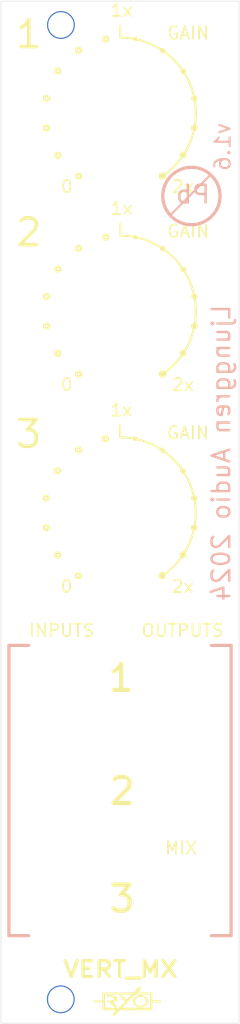
<source format=kicad_pcb>
(kicad_pcb (version 20221018) (generator pcbnew)
  (layers (0 "F.Cu" signal) (31 "B.Cu" signal) (34 "B.Paste" user) (35 "F.Paste" user) (36 "B.SilkS" user "B.Silkscreen") (37 "F.SilkS" user "F.Silkscreen") (38 "B.Mask" user) (39 "F.Mask" user) (44 "Edge.Cuts" user))
  (net 0 "")
  (net 1 "SHIELD")
  (footprint "" (layer "F.Cu") (at 141.0011 140.0036)
    (fp_text reference "@HOLE3" hide)
    (fp_text value "" (at 0 0) (layer "F.SilkS") (effects (font (size 1.27 1.27))))
    (pad "" np_thru_hole circle (at 0 0) (size 8 8) (drill 8) (layers "*.Cu" "*.Mask"))
  )
  (footprint "" (layer "F.Cu") (at 141.0011 154.0036)
    (fp_text reference "@HOLE1" hide)
    (fp_text value "" (at 0 0) (layer "F.SilkS") (effects (font (size 1.27 1.27))))
    (pad "" np_thru_hole circle (at 0 0) (size 8 8) (drill 8) (layers "*.Cu" "*.Mask"))
  )
  (footprint "" (layer "F.Cu") (at 148.5011 80.0036)
    (fp_text reference "@HOLE7" hide)
    (fp_text value "" hide)
    (pad "" np_thru_hole circle locked (at 0 0) (size 7.5 7.5) (drill 7.5) (layers "F&B.Cu" "*.Mask"))
  )
  (footprint "" (layer "F.Cu") (at 148.521317 54.891415)
    (fp_text reference "@HOLE6" hide)
    (fp_text value "" (at 0 0) (layer "F.SilkS") (effects (font (size 1.27 1.27))))
    (pad "" np_thru_hole circle locked (at 0 0) (size 7.5 7.5) (drill 7.5) (layers "F&B.Cu" "*.Mask"))
  )
  (footprint "" (layer "F.Cu") (at 156.0011 126.0036)
    (fp_text reference "@HOLE4" hide)
    (fp_text value "" (at 0 0) (layer "F.SilkS") (effects (font (size 1.27 1.27))))
    (pad "" np_thru_hole circle (at 0 0) (size 8 8) (drill 8) (layers "*.Cu" "*.Mask"))
  )
  (footprint "" (layer "F.Cu") (at 156.0011 154.0036)
    (fp_text reference "@HOLE0" hide)
    (fp_text value "" (at 0 0) (layer "F.SilkS") (effects (font (size 1.27 1.27))))
    (pad "" np_thru_hole circle (at 0 0) (size 8 8) (drill 8) (layers "*.Cu" "*.Mask"))
  )
  (footprint "" (layer "F.Cu") (at 148.5011 105.0036)
    (fp_text reference "@HOLE6" hide)
    (fp_text value "" (at 0 0) (layer "F.SilkS") (effects (font (size 1.27 1.27))))
    (pad "" np_thru_hole circle locked (at 0 0) (size 7.5 7.5) (drill 7.5) (layers "F&B.Cu" "*.Mask"))
  )
  (footprint "" (layer "F.Cu") (at 156.0011 140.0036)
    (fp_text reference "@HOLE2" hide)
    (fp_text value "" (at 0 0) (layer "F.SilkS") (effects (font (size 1.27 1.27))))
    (pad "" np_thru_hole circle (at 0 0) (size 8 8) (drill 8) (layers "*.Cu" "*.Mask"))
  )
  (footprint "" (layer "F.Cu") (at 141.0011 126.0036)
    (fp_text reference "@HOLE5" hide)
    (fp_text value "" (at 0 0) (layer "F.SilkS") (effects (font (size 1.27 1.27))))
    (pad "" np_thru_hole circle (at 0 0) (size 8 8) (drill 8) (layers "*.Cu" "*.Mask"))
  )
  (gr_line (start 162.5011 121.7536) (end 160.0011 121.7536) (stroke (width 0.4064)) (layer "B.SilkS"))
  (gr_line (start 134.5011 158.2536) (end 134.5011 121.7536) (stroke (width 0.4064)) (layer "B.SilkS"))
  (gr_line locked (start 159.806015 62.691339) (end 154.906015 67.591339) (stroke (width 0.254)) (layer "B.SilkS"))
  (gr_circle locked (center 157.5011 65.2536) (end 161.10665 65.2536) (stroke (width 0.4064)) (fill none) (layer "B.SilkS"))
  (gr_line (start 137.0011 158.2536) (end 134.5011 158.2536) (stroke (width 0.4064)) (layer "B.SilkS"))
  (gr_line (start 162.5011 158.2536) (end 160.0011 158.2536) (stroke (width 0.4064)) (layer "B.SilkS"))
  (gr_line (start 137.0011 121.7536) (end 134.5011 121.7536) (stroke (width 0.4064)) (layer "B.SilkS"))
  (gr_line (start 162.5011 158.2536) (end 162.5011 121.7536) (stroke (width 0.4064)) (layer "B.SilkS"))
  (gr_circle locked (center 140.674866 60.140658) (end 140.824866 60.140658) (stroke (width 0.3048)) (fill none) (layer "F.SilkS"))
  (gr_circle locked (center 140.664866 85.035065) (end 140.814866 85.035065) (stroke (width 0.3048)) (fill none) (layer "F.SilkS"))
  (gr_circle locked (center 153.824788 112.988375) (end 154.104788 112.988375) (stroke (width 0.3648)) (fill none) (layer "F.SilkS"))
  (gr_circle locked (center 140.634788 99.788375) (end 140.784788 99.788375) (stroke (width 0.3048)) (fill none) (layer "F.SilkS"))
  (gr_circle locked (center 150.414866 45.520658) (end 150.574866 45.520658) (stroke (width 0.3048)) (fill none) (layer "F.SilkS"))
  (gr_circle locked (center 140.634788 110.408375) (end 140.784788 110.408375) (stroke (width 0.3048)) (fill none) (layer "F.SilkS"))
  (gr_circle locked (center 143.264788 113.008375) (end 143.414788 113.008375) (stroke (width 0.3048)) (fill none) (layer "F.SilkS"))
  (gr_circle locked (center 146.704866 70.425065) (end 146.854866 70.425065) (stroke (width 0.3048)) (fill none) (layer "F.SilkS"))
  (gr_circle locked (center 143.294866 46.930658) (end 143.444866 46.930658) (stroke (width 0.3048)) (fill none) (layer "F.SilkS"))
  (gr_circle locked (center 156.434788 110.358375) (end 156.694788 110.358375) (stroke (width 0.3548)) (fill none) (layer "F.SilkS"))
  (gr_circle locked (center 140.674866 85.045065) (end 140.824866 85.045065) (stroke (width 0.3048)) (fill none) (layer "F.SilkS"))
  (gr_circle locked (center 157.874866 81.595065) (end 158.114866 81.595065) (stroke (width 0.3448)) (fill none) (layer "F.SilkS"))
  (gr_circle locked (center 139.214788 106.958375) (end 139.364788 106.958375) (stroke (width 0.3048)) (fill none) (layer "F.SilkS"))
  (gr_circle locked (center 143.294866 71.835065) (end 143.444866 71.835065) (stroke (width 0.3048)) (fill none) (layer "F.SilkS"))
  (gr_poly (pts (xy 147.319918 165.728597) (xy 147.49971 165.736445) (xy 147.588638 165.743714) (xy 147.674167 165.753676) (xy 147.754232 165.76668) (xy 147.826767 165.783074) (xy 147.889707 165.803207) (xy 147.916933 165.814784) (xy 147.940986 165.827427) (xy 147.969661 165.844576) (xy 147.98327 165.853024) (xy 147.99644 165.861518) (xy 148.009207 165.870155) (xy 148.021606 165.879032) (xy 148.033671 165.888247) (xy 148.045439 165.897897) (xy 148.056943 165.90808) (xy 148.068221 165.918892) (xy 148.079305 165.930432) (xy 148.090233 165.942797) (xy 148.101038 165.956083) (xy 148.111757 165.970389) (xy 148.122424 165.985812) (xy 148.133074 166.002449) (xy 148.142016 166.018481) (xy 148.149871 166.035776) (xy 148.15661 166.054269) (xy 148.162205 166.073893) (xy 148.166625 166.094582) (xy 148.169841 166.116272) (xy 148.171825 166.138897) (xy 148.172546 166.16239) (xy 148.171976 166.186686) (xy 148.170086 166.211719) (xy 148.166845 166.237424) (xy 148.162225 166.263735) (xy 148.156197 166.290587) (xy 148.148731 166.317913) (xy 148.139799 166.345647) (xy 148.129369 166.373725) (xy 148.126553 166.380324) (xy 148.123419 166.386719) (xy 148.119982 166.392916) (xy 148.116255 166.398922) (xy 148.112252 166.404745) (xy 148.107985 166.41039) (xy 148.098718 166.421177) (xy 148.08856 166.431337) (xy 148.07762 166.440926) (xy 148.066005 166.449998) (xy 148.053823 166.458607) (xy 148.041181 166.466809) (xy 148.028186 166.474657) (xy 148.001573 166.489514) (xy 147.948858 166.517394) (xy 147.932334 166.525869) (xy 147.913075 166.534896) (xy 147.868453 166.554001) (xy 147.819186 166.573494) (xy 147.76947 166.592164) (xy 147.685469 166.622179) (xy 147.650011 166.63434) (xy 148.164427 167.134601) (xy 148.164427 167.238582) (xy 147.747774 167.245594) (xy 147.219798 166.644923) (xy 146.878684 166.646312) (xy 146.879015 166.393966) (xy 147.206437 166.395157) (xy 147.294322 166.384987) (xy 147.384535 166.371605) (xy 147.43548 166.362644) (xy 147.488135 166.352096) (xy 147.540863 166.339904) (xy 147.592027 166.326014) (xy 147.63999 166.310368) (xy 147.683115 166.292912) (xy 147.702351 166.283487) (xy 147.719765 166.273589) (xy 147.73515 166.26321) (xy 147.748303 166.252344) (xy 147.759019 166.240983) (xy 147.767093 166.22912) (xy 147.77232 166.216749) (xy 147.774497 166.203863) (xy 147.772982 166.179439) (xy 147.766405 166.156896) (xy 147.7551 166.136159) (xy 147.739402 166.117158) (xy 147.719647 166.099819) (xy 147.696169 166.08407) (xy 147.669304 166.069838) (xy 147.639388 166.057052) (xy 147.606755 166.045639) (xy 147.57174 166.035526) (xy 147.495907 166.018912) (xy 147.41457 166.006629) (xy 147.330411 165.9981) (xy 147.24611 165.992744) (xy 147.16435 165.989982) (xy 147.019176 165.989923) (xy 146.877295 165.995437) (xy 146.87789 165.735286) (xy 147.010429 165.729898) (xy 147.151317 165.727343)) (fill solid) (layer "F.SilkS"))
  (gr_circle locked (center 157.844788 103.248375) (end 158.064788 103.248375) (stroke (width 0.3348)) (fill none) (layer "F.SilkS"))
  (gr_circle locked (center 143.264788 97.188375) (end 143.414788 97.188375) (stroke (width 0.3048)) (fill none) (layer "F.SilkS"))
  (gr_circle locked (center 140.634788 110.388375) (end 140.784788 110.388375) (stroke (width 0.3048)) (fill none) (layer "F.SilkS"))
  (gr_circle locked (center 156.464866 74.485065) (end 156.664866 74.485065) (stroke (width 0.3248)) (fill none) (layer "F.SilkS"))
  (gr_circle locked (center 140.674866 85.045065) (end 140.824866 85.045065) (stroke (width 0.3048)) (fill none) (layer "F.SilkS"))
  (gr_circle locked (center 146.674788 95.778375) (end 146.824788 95.778375) (stroke (width 0.3048)) (fill none) (layer "F.SilkS"))
  (gr_circle locked (center 140.644788 110.398375) (end 140.794788 110.398375) (stroke (width 0.3048)) (fill none) (layer "F.SilkS"))
  (gr_circle locked (center 140.634788 110.388375) (end 140.784788 110.388375) (stroke (width 0.3048)) (fill none) (layer "F.SilkS"))
  (gr_arc locked (start 148.554866 70.245066) (mid 157.650941 76.981606) (end 153.854866 87.645065) (stroke (width 0.254)) (layer "F.SilkS"))
  (gr_circle locked (center 140.664866 60.150658) (end 140.814866 60.150658) (stroke (width 0.3048)) (fill none) (layer "F.SilkS"))
  (gr_circle locked (center 139.244866 81.605065) (end 139.394866 81.605065) (stroke (width 0.3048)) (fill none) (layer "F.SilkS"))
  (gr_circle locked (center 140.664866 85.055065) (end 140.814866 85.055065) (stroke (width 0.3048)) (fill none) (layer "F.SilkS"))
  (gr_circle locked (center 153.824788 97.208375) (end 154.004788 97.208375) (stroke (width 0.3148)) (fill none) (layer "F.SilkS"))
  (gr_circle locked (center 157.874866 56.690658) (end 158.114866 56.690658) (stroke (width 0.3448)) (fill none) (layer "F.SilkS"))
  (gr_circle locked (center 140.664866 49.530658) (end 140.814866 49.530658) (stroke (width 0.3048)) (fill none) (layer "F.SilkS"))
  (gr_circle locked (center 157.874866 77.895065) (end 158.094866 77.895065) (stroke (width 0.3348)) (fill none) (layer "F.SilkS"))
  (gr_circle locked (center 156.464866 85.005065) (end 156.724866 85.005065) (stroke (width 0.3548)) (fill none) (layer "F.SilkS"))
  (gr_circle locked (center 157.874866 52.990658) (end 158.094866 52.990658) (stroke (width 0.3348)) (fill none) (layer "F.SilkS"))
  (gr_line locked (start 148.554866 45.340658) (end 148.554866 43.840658) (stroke (width 0.254)) (layer "F.SilkS"))
  (gr_circle locked (center 139.244866 56.700658) (end 139.394866 56.700658) (stroke (width 0.3048)) (fill none) (layer "F.SilkS"))
  (gr_circle locked (center 143.294866 87.655065) (end 143.444866 87.655065) (stroke (width 0.3048)) (fill none) (layer "F.SilkS"))
  (gr_circle locked (center 139.234866 77.885065) (end 139.384866 77.885065) (stroke (width 0.3048)) (fill none) (layer "F.SilkS"))
  (gr_circle locked (center 153.854866 46.950658) (end 154.034866 46.950658) (stroke (width 0.3148)) (fill none) (layer "F.SilkS"))
  (gr_circle locked (center 150.414866 70.425065) (end 150.574866 70.425065) (stroke (width 0.3048)) (fill none) (layer "F.SilkS"))
  (gr_circle locked (center 157.844788 106.948375) (end 158.084788 106.948375) (stroke (width 0.3448)) (fill none) (layer "F.SilkS"))
  (gr_line locked (start 148.554866 70.245065) (end 148.554866 68.745065) (stroke (width 0.254)) (layer "F.SilkS"))
  (gr_circle locked (center 140.664866 85.035065) (end 140.814866 85.035065) (stroke (width 0.3048)) (fill none) (layer "F.SilkS"))
  (gr_circle locked (center 139.234866 52.980658) (end 139.384866 52.980658) (stroke (width 0.3048)) (fill none) (layer "F.SilkS"))
  (gr_circle locked (center 156.464866 60.100658) (end 156.724866 60.100658) (stroke (width 0.3548)) (fill none) (layer "F.SilkS"))
  (gr_circle locked (center 153.854866 62.730658) (end 154.134866 62.730658) (stroke (width 0.3648)) (fill none) (layer "F.SilkS"))
  (gr_circle locked (center 140.674866 60.140658) (end 140.824866 60.140658) (stroke (width 0.3048)) (fill none) (layer "F.SilkS"))
  (gr_circle locked (center 140.664866 60.130658) (end 140.814866 60.130658) (stroke (width 0.3048)) (fill none) (layer "F.SilkS"))
  (gr_circle locked (center 140.644788 110.398375) (end 140.794788 110.398375) (stroke (width 0.3048)) (fill none) (layer "F.SilkS"))
  (gr_circle locked (center 139.204788 103.238375) (end 139.354788 103.238375) (stroke (width 0.3048)) (fill none) (layer "F.SilkS"))
  (gr_poly (pts (xy 150.946322 165.350251) (xy 150.823026 165.245344) (xy 150.682136 165.3906) (xy 152.569277 165.390468) (xy 152.570996 166.3812) (xy 153.69316 166.383449) (xy 153.692366 166.649091) (xy 152.571789 166.651406) (xy 152.56921 167.640352) (xy 148.500514 167.639823) (xy 147.766957 168.3962) (xy 147.525392 168.122158) (xy 148.014011 167.639757) (xy 146.284496 167.639558) (xy 146.283392 167.309292) (xy 148.821123 167.309292) (xy 152.303436 167.309755) (xy 152.302245 165.656242) (xy 150.424629 165.656109) (xy 148.821123 167.309292) (xy 146.283392 167.309292) (xy 146.281189 166.650414) (xy 145.158496 166.64241) (xy 145.161208 166.388939) (xy 146.274442 166.384706) (xy 146.281332 165.655779) (xy 146.614696 165.655779) (xy 146.614696 167.309028) (xy 148.348841 167.309226) (xy 149.131281 166.536907) (xy 148.365444 165.751227) (xy 148.793738 165.747126) (xy 149.332695 166.290051) (xy 149.962866 165.656043) (xy 146.614696 165.655779) (xy 146.281332 165.655779) (xy 146.283835 165.390997) (xy 150.226655 165.390666) (xy 150.594492 165.020646) (xy 150.454329 164.898673) (xy 151.229757 164.587854)) (fill solid) (layer "F.SilkS"))
  (gr_circle locked (center 150.384788 95.778375) (end 150.544788 95.778375) (stroke (width 0.3048)) (fill none) (layer "F.SilkS"))
  (gr_arc locked (start 148.554866 45.340659) (mid 157.650941 52.077199) (end 153.854866 62.740658) (stroke (width 0.254)) (layer "F.SilkS"))
  (gr_circle locked (center 156.464866 49.580658) (end 156.664866 49.580658) (stroke (width 0.3248)) (fill none) (layer "F.SilkS"))
  (gr_circle locked (center 153.854866 71.855065) (end 154.034866 71.855065) (stroke (width 0.3148)) (fill none) (layer "F.SilkS"))
  (gr_circle locked (center 140.664866 74.435065) (end 140.814866 74.435065) (stroke (width 0.3048)) (fill none) (layer "F.SilkS"))
  (gr_circle locked (center 140.664866 60.130658) (end 140.814866 60.130658) (stroke (width 0.3048)) (fill none) (layer "F.SilkS"))
  (gr_circle locked (center 153.854866 87.635065) (end 154.134866 87.635065) (stroke (width 0.3648)) (fill none) (layer "F.SilkS"))
  (gr_circle locked (center 146.704866 45.520658) (end 146.854866 45.520658) (stroke (width 0.3048)) (fill none) (layer "F.SilkS"))
  (gr_circle locked (center 143.294866 62.750658) (end 143.444866 62.750658) (stroke (width 0.3048)) (fill none) (layer "F.SilkS"))
  (gr_line locked (start 148.524788 95.598375) (end 148.524788 94.098375) (stroke (width 0.254)) (layer "F.SilkS"))
  (gr_arc locked (start 148.524788 95.598376) (mid 157.620863 102.334916) (end 153.824788 112.998375) (stroke (width 0.254)) (layer "F.SilkS"))
  (gr_poly (pts (xy 151.139921 165.711176) (xy 151.190178 165.714219) (xy 151.239708 165.71923) (xy 151.288448 165.72616) (xy 151.383308 165.745575) (xy 151.474261 165.772069) (xy 151.560806 165.805244) (xy 151.642444 165.844703) (xy 151.718676 165.890048) (xy 151.789003 165.940884) (xy 151.821796 165.968236) (xy 151.852926 165.996812) (xy 151.88233 166.026561) (xy 151.909946 166.057435) (xy 151.935711 166.089384) (xy 151.959562 166.122358) (xy 151.981439 166.156307) (xy 152.001277 166.191182) (xy 152.019016 166.226932) (xy 152.034591 166.26351) (xy 152.047942 166.300864) (xy 152.059005 166.338945) (xy 152.067718 166.377704) (xy 152.074019 166.417091) (xy 152.077846 166.457057) (xy 152.079135 166.49755) (xy 152.077846 166.538044) (xy 152.074019 166.57801) (xy 152.067718 166.617396) (xy 152.059005 166.656155) (xy 152.047942 166.694237) (xy 152.034591 166.731591) (xy 152.019016 166.768168) (xy 152.001277 166.803919) (xy 151.981439 166.838794) (xy 151.959562 166.872743) (xy 151.935711 166.905717) (xy 151.909946 166.937665) (xy 151.88233 166.968539) (xy 151.852926 166.998289) (xy 151.821796 167.026865) (xy 151.789003 167.054217) (xy 151.754609 167.080296) (xy 151.718676 167.105052) (xy 151.681267 167.128436) (xy 151.642444 167.150398) (xy 151.602269 167.170888) (xy 151.560806 167.189857) (xy 151.518115 167.207254) (xy 151.474261 167.223032) (xy 151.429304 167.237138) (xy 151.383308 167.249525) (xy 151.336335 167.260143) (xy 151.288448 167.268941) (xy 151.239708 167.275871) (xy 151.190178 167.280882) (xy 151.139921 167.283925) (xy 151.088999 167.28495) (xy 151.038082 167.283925) (xy 150.98783 167.280882) (xy 150.938304 167.275871) (xy 150.889568 167.268941) (xy 150.794713 167.249525) (xy 150.703764 167.223032) (xy 150.617221 167.189857) (xy 150.535583 167.150398) (xy 150.459349 167.105052) (xy 150.389019 167.054217) (xy 150.356224 167.026865) (xy 150.325092 166.998289) (xy 150.295687 166.968539) (xy 150.268069 166.937665) (xy 150.242302 166.905717) (xy 150.218448 166.872743) (xy 150.19657 166.838794) (xy 150.176729 166.803919) (xy 150.158989 166.768168) (xy 150.143411 166.731591) (xy 150.130059 166.694237) (xy 150.118995 166.656155) (xy 150.11028 166.617396) (xy 150.103978 166.57801) (xy 150.100151 166.538044) (xy 150.098862 166.49755) (xy 150.099193 166.487165) (xy 150.400354 166.487165) (xy 150.401251 166.51643) (xy 150.403912 166.545312) (xy 150.408295 166.573778) (xy 150.414355 166.601789) (xy 150.42205 166.629312) (xy 150.431336 166.656309) (xy 150.442169 166.682745) (xy 150.454507 166.708585) (xy 150.468305 166.733791) (xy 150.483521 166.758328) (xy 150.500111 166.782161) (xy 150.518031 166.805253) (xy 150.537238 166.827569) (xy 150.557689 166.849072) (xy 150.57934 166.869727) (xy 150.602149 166.889498) (xy 150.62607 166.908348) (xy 150.651062 166.926243) (xy 150.677081 166.943146) (xy 150.704082 166.959021) (xy 150.732024 166.973832) (xy 150.760862 166.987543) (xy 150.790553 167.00012) (xy 150.821054 167.011524) (xy 150.852321 167.021722) (xy 150.884311 167.030676) (xy 150.91698 167.038351) (xy 150.950286 167.044711) (xy 150.984183 167.049721) (xy 151.01863 167.053343) (xy 151.053583 167.055543) (xy 151.088999 167.056284) (xy 151.124414 167.055543) (xy 151.159367 167.053343) (xy 151.193815 167.049721) (xy 151.227714 167.044711) (xy 151.261021 167.038351) (xy 151.293692 167.030676) (xy 151.325684 167.021722) (xy 151.356953 167.011524) (xy 151.387456 167.00012) (xy 151.41715 166.987543) (xy 151.445991 166.973832) (xy 151.473935 166.959021) (xy 151.50094 166.943146) (xy 151.526962 166.926243) (xy 151.551957 166.908348) (xy 151.575881 166.889498) (xy 151.598693 166.869727) (xy 151.620347 166.849072) (xy 151.640801 166.827569) (xy 151.660011 166.805253) (xy 151.677934 166.782161) (xy 151.694527 166.758328) (xy 151.709745 166.733791) (xy 151.723546 166.708585) (xy 151.735885 166.682745) (xy 151.746721 166.656309) (xy 151.756008 166.629312) (xy 151.763705 166.601789) (xy 151.769766 166.573778) (xy 151.77415 166.545312) (xy 151.776812 166.51643) (xy 151.777709 166.487165) (xy 151.776812 166.457895) (xy 151.77415 166.429008) (xy 151.769766 166.400538) (xy 151.763705 166.372523) (xy 151.756008 166.344997) (xy 151.746721 166.317997) (xy 151.735885 166.291559) (xy 151.723546 166.265719) (xy 151.709745 166.240511) (xy 151.694527 166.215974) (xy 151.677934 166.192141) (xy 151.660011 166.169049) (xy 151.640801 166.146734) (xy 151.620347 166.125232) (xy 151.598693 166.104578) (xy 151.575881 166.084809) (xy 151.551957 166.06596) (xy 151.526962 166.048067) (xy 151.50094 166.031166) (xy 151.473935 166.015293) (xy 151.445991 166.000484) (xy 151.41715 165.986774) (xy 151.387456 165.9742) (xy 151.356953 165.962798) (xy 151.325684 165.952602) (xy 151.293692 165.943649) (xy 151.261021 165.935976) (xy 151.227714 165.929617) (xy 151.193815 165.924609) (xy 151.159367 165.920987) (xy 151.124414 165.918788) (xy 151.088999 165.918047) (xy 151.053583 165.918788) (xy 151.01863 165.920987) (xy 150.984183 165.924609) (xy 150.950286 165.929617) (xy 150.91698 165.935976) (xy 150.884311 165.943649) (xy 150.852321 165.952602) (xy 150.821054 165.962798) (xy 150.790553 165.9742) (xy 150.760862 165.986774) (xy 150.732024 166.000484) (xy 150.704082 166.015293) (xy 150.677081 166.031166) (xy 150.651062 166.048067) (xy 150.62607 166.06596) (xy 150.602149 166.084809) (xy 150.57934 166.104578) (xy 150.557689 166.125232) (xy 150.537238 166.146734) (xy 150.518031 166.169049) (xy 150.500111 166.192141) (xy 150.483521 166.215974) (xy 150.468305 166.240511) (xy 150.454507 166.265719) (xy 150.442169 166.291559) (xy 150.431336 166.317997) (xy 150.42205 166.344997) (xy 150.414355 166.372523) (xy 150.408295 166.400538) (xy 150.403912 166.429008) (xy 150.401251 166.457895) (xy 150.400354 166.487165) (xy 150.099193 166.487165) (xy 150.100151 166.457057) (xy 150.103978 166.417091) (xy 150.11028 166.377704) (xy 150.118995 166.338945) (xy 150.130059 166.300864) (xy 150.143411 166.26351) (xy 150.158989 166.226932) (xy 150.176729 166.191182) (xy 150.19657 166.156307) (xy 150.218448 166.122358) (xy 150.242302 166.089384) (xy 150.268069 166.057435) (xy 150.295687 166.026561) (xy 150.325092 165.996812) (xy 150.356224 165.968236) (xy 150.389019 165.940884) (xy 150.423414 165.914805) (xy 150.459349 165.890048) (xy 150.496759 165.866664) (xy 150.535583 165.844703) (xy 150.575757 165.824213) (xy 150.617221 165.805244) (xy 150.659911 165.787846) (xy 150.703764 165.772069) (xy 150.748719 165.757962) (xy 150.794713 165.745575) (xy 150.841684 165.734958) (xy 150.889568 165.72616) (xy 150.938304 165.71923) (xy 150.98783 165.714219) (xy 151.038082 165.711176) (xy 151.088999 165.71015)) (fill solid) (layer "F.SilkS"))
  (gr_circle locked (center 156.434788 99.838375) (end 156.634788 99.838375) (stroke (width 0.3248)) (fill none) (layer "F.SilkS"))
  (gr_line locked (start 163.5011 169.2536) (end 163.5011 40.7536) (stroke (width 0.05)) (layer "Edge.Cuts"))
  (gr_line (start 133.5011 169.2536) (end 163.5011 169.2536) (stroke (width 0.05)) (layer "Edge.Cuts"))
  (gr_line (start 133.5011 40.7536) (end 133.5011 169.2536) (stroke (width 0.05)) (layer "Edge.Cuts"))
  (gr_line (start 163.5011 40.7536) (end 133.5011 40.7536) (stroke (width 0.05)) (layer "Edge.Cuts"))
  (gr_text "Pb" (at 160.02 66.3536) (layer "B.SilkS") (effects (font (size 2.2352 2.2352) (thickness 0.3048)) (justify left bottom mirror)))
  (gr_text "Ljunggren Audio 2024" (at 162.56 78.74 90) (layer "B.SilkS") (effects (font (size 2.2352 2.2352) (thickness 0.3048)) (justify left bottom mirror)))
  (gr_text "v1.6" (at 162.56 55.88 90) (layer "B.SilkS") (effects (font (size 1.922272 1.922272) (thickness 0.262128)) (justify left bottom mirror)))
  (gr_text locked "OUTPUTS" (at 151.089847 120.796997) (layer "F.SilkS") (effects (font (size 1.56464 1.56464) (thickness 0.21336)) (justify left bottom)))
  (gr_text locked "1" (at 146.728419 127.786894) (layer "F.SilkS") (effects (font (size 3.2766 3.2766) (thickness 0.5334)) (justify left bottom)))
  (gr_text locked "0" (at 140.874788 115.248375) (layer "F.SilkS") (effects (font (size 1.56464 1.56464) (thickness 0.21336)) (justify left bottom)))
  (gr_text locked "VERT_MX" (at 141.105867 163.663977) (layer "F.SilkS") (effects (font (size 2 2.25) (thickness 0.42)) (justify left bottom)))
  (gr_text locked "1x" (at 147.179866 67.720065) (layer "F.SilkS") (effects (font (size 1.56464 1.56464) (thickness 0.21336)) (justify left bottom)))
  (gr_text locked "INPUTS" (at 136.866396 120.796997) (layer "F.SilkS") (effects (font (size 1.56464 1.56464) (thickness 0.21336)) (justify left bottom)))
  (gr_text locked "2" (at 146.863769 141.998648) (layer "F.SilkS") (effects (font (size 3.2766 3.2766) (thickness 0.5334)) (justify left bottom)))
  (gr_text locked "1x" (at 147.179866 42.815658) (layer "F.SilkS") (effects (font (size 1.56464 1.56464) (thickness 0.21336)) (justify left bottom)))
  (gr_text locked "2x" (at 154.904866 64.990658) (layer "F.SilkS") (effects (font (size 1.56464 1.56464) (thickness 0.21336)) (justify left bottom)))
  (gr_text locked "2" (at 135.104866 71.795065) (layer "F.SilkS") (effects (font (size 3.3528 3.3528) (thickness 0.4572)) (justify left bottom)))
  (gr_text locked "0" (at 140.904866 89.895065) (layer "F.SilkS") (effects (font (size 1.56464 1.56464) (thickness 0.21336)) (justify left bottom)))
  (gr_text locked "0" (at 140.904866 64.990658) (layer "F.SilkS") (effects (font (size 1.56464 1.56464) (thickness 0.21336)) (justify left bottom)))
  (gr_text locked "GAIN" (at 154.274788 95.948375) (layer "F.SilkS") (effects (font (size 1.56464 1.56464) (thickness 0.21336)) (justify left bottom)))
  (gr_text locked "GAIN" (at 154.304866 70.595065) (layer "F.SilkS") (effects (font (size 1.56464 1.56464) (thickness 0.21336)) (justify left bottom)))
  (gr_text locked "3" (at 146.863769 155.533652) (layer "F.SilkS") (effects (font (size 3.2766 3.2766) (thickness 0.5334)) (justify left bottom)))
  (gr_text locked "1x" (at 147.149788 93.073375) (layer "F.SilkS") (effects (font (size 1.56464 1.56464) (thickness 0.21336)) (justify left bottom)))
  (gr_text locked "2x" (at 154.904866 89.895065) (layer "F.SilkS") (effects (font (size 1.56464 1.56464) (thickness 0.21336)) (justify left bottom)))
  (gr_text locked "1" (at 135.104866 46.890658) (layer "F.SilkS") (effects (font (size 3.3528 3.3528) (thickness 0.4572)) (justify left bottom)))
  (gr_text locked "3" (at 135.074788 97.148375) (layer "F.SilkS") (effects (font (size 3.3528 3.3528) (thickness 0.4572)) (justify left bottom)))
  (gr_text locked "MIX" (at 154.037321 148.157075) (layer "F.SilkS") (effects (font (size 1.56464 1.56464) (thickness 0.21336)) (justify left bottom)))
  (gr_text locked "2x" (at 154.874788 115.248375) (layer "F.SilkS") (effects (font (size 1.56464 1.56464) (thickness 0.21336)) (justify left bottom)))
  (gr_text locked "GAIN" (at 154.304866 45.690658) (layer "F.SilkS") (effects (font (size 1.56464 1.56464) (thickness 0.21336)) (justify left bottom)))
  (via locked (at 141.054858 43.7536) (size 3.5048) (drill 3.2) (layers "F.Cu" "B.Cu") (net 1))
  (via locked (at 141.034562 166.2536) (size 3.5048) (drill 3.2) (layers "F.Cu" "B.Cu") (net 1))
)
</source>
